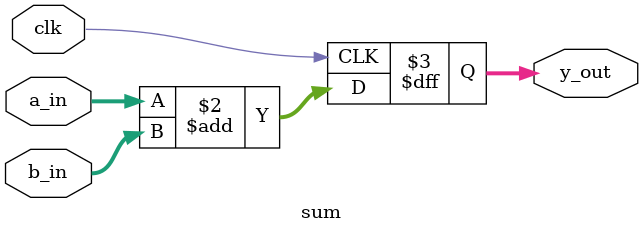
<source format=v>
module sum(
    input clk,
    input [15:0] a_in,
    input [15:0] b_in,
    
    output reg [15:0] y_out
 );

    always@ (posedge clk)
        begin
            y_out = a_in + b_in;
        end   
endmodule
</source>
